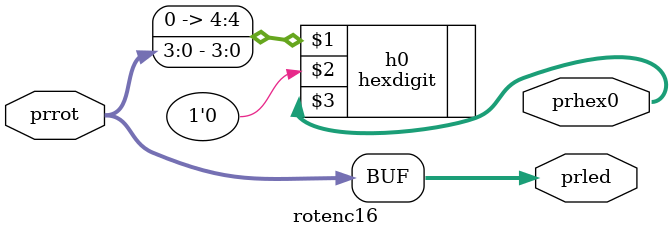
<source format=v>
module rotenc16(
  input wire [3:0] prrot,
  output wire [3:0] prled,
  output [7:0] prhex0
);

// -------------------------------------------------------
//  Module hexdigit: Creates the LED pattern from 3 args:
// in:  0-16 sets hex value of led segments, >16 is extra
// dp:  0 or 1, disables/enables the decimal point led
// out: this is the bit pattern for the 7seg module led's
//
// Note: Because 'in' is 5-bit wide to display extra chars
// we set the unused highest bit in[4] to 0, and assign
// the prrot signal to the remaining bits at in[3:0].
// -------------------------------------------------------
  hexdigit h0 ({1'b0, prrot}, 1'b0, prhex0);
  assign prled = prrot;

endmodule

</source>
